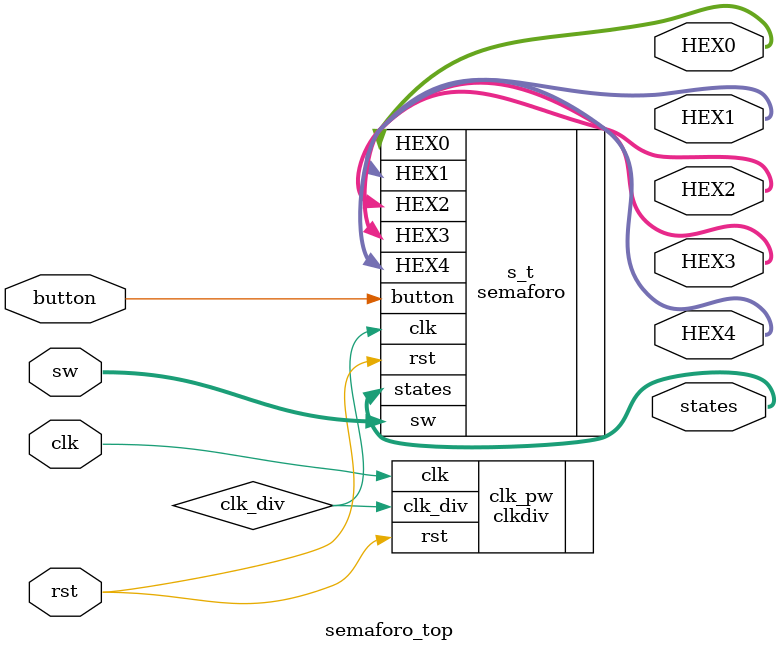
<source format=v>
module semaforo_top (
    input clk, rst,
    input [9:0] sw,
	 input button,
    output [9:0] states,
    output [6:0] HEX4, HEX3, HEX2, HEX1, HEX0
);

    wire clk_div;
    
    clkdiv #(.FREQ(1)) clk_pw(
        .clk(clk),
        .rst(rst),
        .clk_div(clk_div)
    );
    
    semaforo s_t(
        .clk(clk_div),
        .rst(rst),
        .sw(sw),
		  .button(button),
        .states(states),
        .HEX4(HEX4), 
        .HEX3(HEX3), 
        .HEX2(HEX2), 
        .HEX1(HEX1), 
        .HEX0(HEX0)
    );

endmodule
</source>
